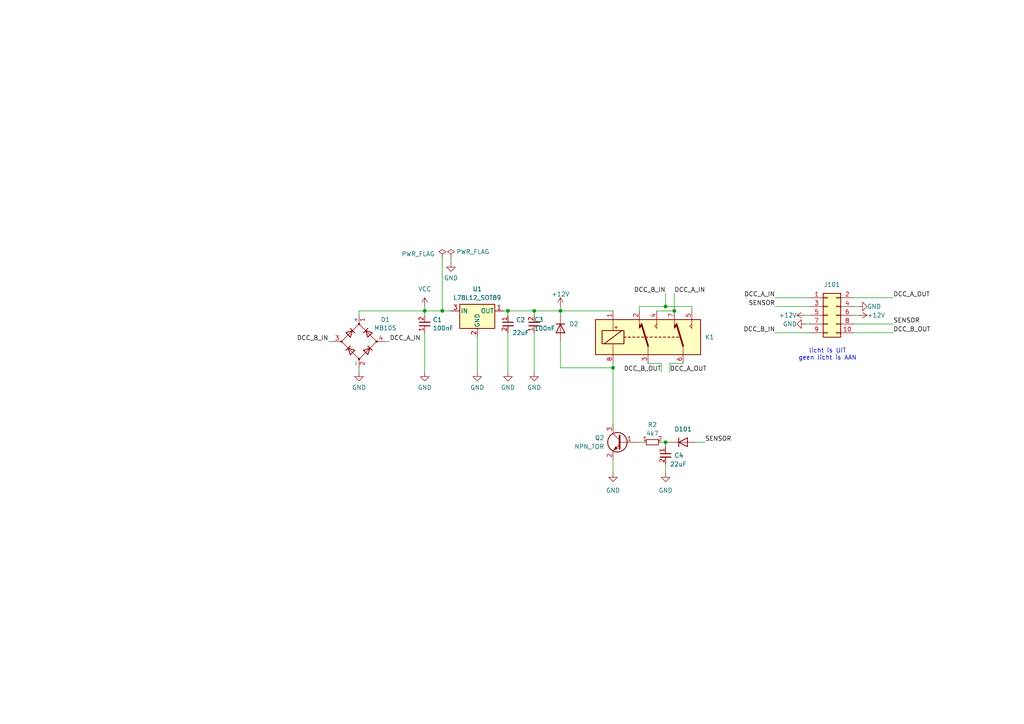
<source format=kicad_sch>
(kicad_sch (version 20231120) (generator "eeschema") (generator_version "8.0")
  (paper "A4")
  (lib_symbols
    (symbol "Connector_Generic:Conn_02x05_Odd_Even" (pin_names (offset 1.016) hide)
      (property "Reference" "J" (at 1.27 7.62 0))
      (property "Value" "Conn_02x05_Odd_Even" (at 1.27 -7.62 0))
      (symbol "Conn_02x05_Odd_Even_1_1"
        (rectangle (start -1.27 -4.953) (end 0 -5.207) (stroke (width 0.1524)))
        (rectangle (start -1.27 -2.413) (end 0 -2.667) (stroke (width 0.1524)))
        (rectangle (start -1.27 0.127) (end 0 -0.127) (stroke (width 0.1524)))
        (rectangle (start -1.27 2.667) (end 0 2.413) (stroke (width 0.1524)))
        (rectangle (start -1.27 5.207) (end 0 4.953) (stroke (width 0.1524)))
        (rectangle (start -1.27 6.35) (end 3.81 -6.35) (stroke (width 0.254)) (fill (type background)))
        (rectangle (start 3.81 -4.953) (end 2.54 -5.207) (stroke (width 0.1524)))
        (rectangle (start 3.81 -2.413) (end 2.54 -2.667) (stroke (width 0.1524)))
        (rectangle (start 3.81 0.127) (end 2.54 -0.127) (stroke (width 0.1524)))
        (rectangle (start 3.81 2.667) (end 2.54 2.413) (stroke (width 0.1524)))
        (rectangle (start 3.81 5.207) (end 2.54 4.953) (stroke (width 0.1524)))
        (pin passive line (at -5.08 5.08 0) (length 3.81) (name "Pin_1") (number "1"))
        (pin passive line (at 7.62 -5.08 180) (length 3.81) (name "Pin_10") (number "10"))
        (pin passive line (at 7.62 5.08 180) (length 3.81) (name "Pin_2") (number "2"))
        (pin passive line (at -5.08 2.54 0) (length 3.81) (name "Pin_3") (number "3"))
        (pin passive line (at 7.62 2.54 180) (length 3.81) (name "Pin_4") (number "4"))
        (pin passive line (at -5.08 0 0) (length 3.81) (name "Pin_5") (number "5"))
        (pin passive line (at 7.62 0 180) (length 3.81) (name "Pin_6") (number "6"))
        (pin passive line (at -5.08 -2.54 0) (length 3.81) (name "Pin_7") (number "7"))
        (pin passive line (at 7.62 -2.54 180) (length 3.81) (name "Pin_8") (number "8"))
        (pin passive line (at -5.08 -5.08 0) (length 3.81) (name "Pin_9") (number "9"))
      )
    )
    (symbol "capacitor_miscellaneous:C_0603_100nF"
      (property "Reference" "C" (at 1.27 2.54 0))
      (property "Value" "100nF" (at 3.81 -2.54 0))
      (property "JLCPCB Part#" "C14663" (at 0 0 0))
      (symbol "C_0603_100nF_0_1"
        (polyline (pts (xy -1.524 -0.508) (xy 1.524 -0.508)) (stroke (width 0.3302)))
        (polyline (pts (xy -1.524 0.508) (xy 1.524 0.508)) (stroke (width 0.3048)))
      )
      (symbol "C_0603_100nF_1_1"
        (pin passive line (at 0 2.54 270) (length 2.032) (name "~") (number "1"))
        (pin passive line (at 0 -2.54 90) (length 2.032) (name "~") (number "2"))
      )
    )
    (symbol "capacitor_miscellaneous:C_1206_47uF"
      (property "Reference" "C" (at 1.27 2.54 0))
      (property "Value" "47uF" (at 3.81 -2.54 0))
      (symbol "C_1206_47uF_0_1"
        (polyline (pts (xy -1.524 -0.508) (xy 1.524 -0.508)) (stroke (width 0.3302)))
        (polyline (pts (xy -1.524 0.508) (xy 1.524 0.508)) (stroke (width 0.3048)))
      )
      (symbol "C_1206_47uF_1_1"
        (pin passive line (at 0 2.54 270) (length 2.032) (name "~") (number "1"))
        (pin passive line (at 0 -2.54 90) (length 2.032) (name "~") (number "2"))
      )
    )
    (symbol "custom_kicad_lib_sk:1N4148WS" (pin_numbers hide) (pin_names hide)
      (property "Reference" "D" (at 0 2.54 0))
      (property "Value" "1N4148WS" (at 0 -2.54 0))
      (symbol "1N4148WS_0_1"
        (polyline (pts (xy -1.27 1.27) (xy -1.27 -1.27)) (stroke (width 0.254)))
        (polyline (pts (xy 1.27 0) (xy -1.27 0)))
        (polyline (pts (xy 1.27 1.27) (xy 1.27 -1.27) (xy -1.27 0) (xy 1.27 1.27)) (stroke (width 0.254)))
      )
      (symbol "1N4148WS_1_1"
        (pin passive line (at -3.81 0 0) (length 2.54) (name "K") (number "1"))
        (pin passive line (at 3.81 0 180) (length 2.54) (name "A") (number "2"))
      )
    )
    (symbol "custom_kicad_lib_sk:G6K-2"
      (property "Reference" "K" (at 16.51 3.81 0))
      (property "JLCPCB Part#" "C47190" (at 0 0 0))
      (symbol "G6K-2_0_0"
        (text "+" (at -9.271 2.921 0) (effects (font (size 1.27 1.27))))
      )
      (symbol "G6K-2_0_1"
        (rectangle (start -15.24 5.08) (end 15.24 -5.08) (stroke (width 0.254)) (fill (type background)))
        (rectangle (start -13.335 1.905) (end -6.985 -1.905) (stroke (width 0.254)))
        (polyline (pts (xy -12.7 -1.905) (xy -7.62 1.905)) (stroke (width 0.254)))
        (polyline (pts (xy -10.16 -5.08) (xy -10.16 -1.905)))
        (polyline (pts (xy -10.16 5.08) (xy -10.16 1.905)))
        (polyline (pts (xy -6.985 0) (xy -6.35 0)) (stroke (width 0.254)))
        (polyline (pts (xy -5.715 0) (xy -5.08 0)) (stroke (width 0.254)))
        (polyline (pts (xy -4.445 0) (xy -3.81 0)) (stroke (width 0.254)))
        (polyline (pts (xy -3.175 0) (xy -2.54 0)) (stroke (width 0.254)))
        (polyline (pts (xy -1.905 0) (xy -1.27 0)) (stroke (width 0.254)))
        (polyline (pts (xy -0.635 0) (xy 0 0)) (stroke (width 0.254)))
        (polyline (pts (xy 0 -2.54) (xy -1.905 3.81)) (stroke (width 0.508)))
        (polyline (pts (xy 0 -2.54) (xy 0 -5.08)))
        (polyline (pts (xy 0.635 0) (xy 1.27 0)) (stroke (width 0.254)))
        (polyline (pts (xy 1.905 0) (xy 2.54 0)) (stroke (width 0.254)))
        (polyline (pts (xy 3.175 0) (xy 3.81 0)) (stroke (width 0.254)))
        (polyline (pts (xy 4.445 0) (xy 5.08 0)) (stroke (width 0.254)))
        (polyline (pts (xy 5.715 0) (xy 6.35 0)) (stroke (width 0.254)))
        (polyline (pts (xy 6.985 0) (xy 7.62 0)) (stroke (width 0.254)))
        (polyline (pts (xy 8.255 0) (xy 8.89 0)) (stroke (width 0.254)))
        (polyline (pts (xy 10.16 -2.54) (xy 8.255 3.81)) (stroke (width 0.508)))
        (polyline (pts (xy 10.16 -2.54) (xy 10.16 -5.08)))
        (polyline (pts (xy -2.54 5.08) (xy -2.54 2.54) (xy -1.905 3.175) (xy -2.54 3.81)) (fill (type outline)))
        (polyline (pts (xy 2.54 5.08) (xy 2.54 2.54) (xy 1.905 3.175) (xy 2.54 3.81)))
        (polyline (pts (xy 7.62 5.08) (xy 7.62 2.54) (xy 8.255 3.175) (xy 7.62 3.81)) (fill (type outline)))
        (polyline (pts (xy 12.7 5.08) (xy 12.7 2.54) (xy 12.065 3.175) (xy 12.7 3.81)))
      )
      (symbol "G6K-2_1_1"
        (pin passive line (at -10.16 7.62 270) (length 2.54) (name "~") (number "1"))
        (pin passive line (at -2.54 7.62 270) (length 2.54) (name "~") (number "2"))
        (pin passive line (at 0 -7.62 90) (length 2.54) (name "~") (number "3"))
        (pin passive line (at 2.54 7.62 270) (length 2.54) (name "~") (number "4"))
        (pin passive line (at 12.7 7.62 270) (length 2.54) (name "~") (number "5"))
        (pin passive line (at 10.16 -7.62 90) (length 2.54) (name "~") (number "6"))
        (pin passive line (at 7.62 7.62 270) (length 2.54) (name "~") (number "7"))
        (pin passive line (at -10.16 -7.62 90) (length 2.54) (name "~") (number "8"))
      )
    )
    (symbol "custom_kicad_lib_sk:L78L12_SOT89" (pin_names (offset 0.254))
      (property "Reference" "U" (at -3.81 3.175 0))
      (property "Value" "L78L12_SOT89" (at -0.635 3.175 0))
      (property "JLCPCB Part#" "C75501" (at 0 0 0))
      (symbol "L78L12_SOT89_0_1"
        (rectangle (start -5.08 1.905) (end 5.08 -5.08) (stroke (width 0.254)) (fill (type background)))
      )
      (symbol "L78L12_SOT89_1_1"
        (pin power_out line (at 7.62 0 180) (length 2.54) (name "OUT") (number "1"))
        (pin power_in line (at 0 -7.62 90) (length 2.54) (name "GND") (number "2"))
        (pin power_in line (at -7.62 0 0) (length 2.54) (name "IN") (number "3"))
      )
    )
    (symbol "custom_kicad_lib_sk:MB10S" (pin_names (offset 0))
      (property "Reference" "D" (at 2.54 6.985 0))
      (property "Value" "MB10S" (at 2.54 5.08 0))
      (property "JLCPCB Part#" "C2488" (at 0 0 0))
      (symbol "MB10S_0_1"
        (circle (center -5.08 0) (radius 0.254) (fill (type outline)))
        (circle (center 0 -5.08) (radius 0.254) (fill (type outline)))
        (polyline (pts (xy -2.54 3.81) (xy -1.27 2.54)) (stroke (width 0.254)))
        (polyline (pts (xy -1.27 -2.54) (xy -2.54 -3.81)) (stroke (width 0.254)))
        (polyline (pts (xy 2.54 -1.27) (xy 3.81 -2.54)) (stroke (width 0.254)))
        (polyline (pts (xy 2.54 1.27) (xy 3.81 2.54)) (stroke (width 0.254)))
        (polyline (pts (xy -3.81 2.54) (xy -2.54 1.27) (xy -1.905 3.175) (xy -3.81 2.54)) (stroke (width 0.254)))
        (polyline (pts (xy -2.54 -1.27) (xy -3.81 -2.54) (xy -1.905 -3.175) (xy -2.54 -1.27)) (stroke (width 0.254)))
        (polyline (pts (xy 1.27 2.54) (xy 2.54 3.81) (xy 3.175 1.905) (xy 1.27 2.54)) (stroke (width 0.254)))
        (polyline (pts (xy 3.175 -1.905) (xy 1.27 -2.54) (xy 2.54 -3.81) (xy 3.175 -1.905)) (stroke (width 0.254)))
        (polyline (pts (xy -5.08 0) (xy 0 -5.08) (xy 5.08 0) (xy 0 5.08) (xy -5.08 0)))
        (circle (center 0 5.08) (radius 0.254) (fill (type outline)))
        (circle (center 5.08 0) (radius 0.254) (fill (type outline)))
      )
      (symbol "MB10S_1_1"
        (pin passive line (at 7.62 0 180) (length 2.54) (name "+") (number "1"))
        (pin passive line (at -7.62 0 0) (length 2.54) (name "-") (number "2"))
        (pin passive line (at 0 7.62 270) (length 2.54) (name "~") (number "3"))
        (pin passive line (at 0 -7.62 90) (length 2.54) (name "~") (number "4"))
      )
    )
    (symbol "custom_kicad_lib_sk:NPN_TOR" (pin_names (offset 0) hide)
      (property "Reference" "Q" (at 5.08 1.905 0))
      (property "Value" "NPN_TOR" (at 5.08 0 0))
      (symbol "NPN_TOR_0_1"
        (polyline (pts (xy 0.635 0.635) (xy 2.54 2.54)))
        (polyline (pts (xy 0.635 -0.635) (xy 2.54 -2.54) (xy 2.54 -2.54)))
        (polyline (pts (xy 0.635 1.905) (xy 0.635 -1.905) (xy 0.635 -1.905)) (stroke (width 0.508)))
        (polyline (pts (xy 1.27 -1.778) (xy 1.778 -1.27) (xy 2.286 -2.286) (xy 1.27 -1.778) (xy 1.27 -1.778)) (fill (type outline)))
        (circle (center 1.27 0) (radius 2.8194) (stroke (width 0.254)))
      )
      (symbol "NPN_TOR_1_1"
        (pin input line (at -5.08 0 0) (length 5.715) (name "B") (number "1"))
        (pin passive line (at 2.54 -5.08 90) (length 2.54) (name "E") (number "2"))
        (pin passive line (at 2.54 5.08 270) (length 2.54) (name "C") (number "3"))
      )
    )
    (symbol "power:+12V" (power) (pin_names (offset 0))
      (property "Value" "+12V" (at 0 3.556 0))
      (symbol "+12V_0_1"
        (polyline (pts (xy -0.762 1.27) (xy 0 2.54)))
        (polyline (pts (xy 0 0) (xy 0 2.54)))
        (polyline (pts (xy 0 2.54) (xy 0.762 1.27)))
      )
      (symbol "+12V_1_1"
        (pin power_in line (at 0 0 90) (length 0) hide (name "+12V") (number "1"))
      )
    )
    (symbol "power:GND" (power) (pin_names (offset 0))
      (property "Value" "GND" (at 0 -3.81 0))
      (symbol "GND_0_1"
        (polyline (pts (xy 0 0) (xy 0 -1.27) (xy 1.27 -1.27) (xy 0 -2.54) (xy -1.27 -1.27) (xy 0 -1.27)))
      )
      (symbol "GND_1_1"
        (pin power_in line (at 0 0 270) (length 0) hide (name "GND") (number "1"))
      )
    )
    (symbol "power:PWR_FLAG" (power) (pin_numbers hide) (pin_names (offset 0) hide)
      (property "Value" "PWR_FLAG" (at 0 3.81 0))
      (symbol "PWR_FLAG_0_0"
        (pin power_out line (at 0 0 90) (length 0) (name "pwr") (number "1"))
      )
      (symbol "PWR_FLAG_0_1"
        (polyline (pts (xy 0 0) (xy 0 1.27) (xy -1.016 1.905) (xy 0 2.54) (xy 1.016 1.905) (xy 0 1.27)))
      )
    )
    (symbol "power:VCC" (power) (pin_names (offset 0))
      (property "Value" "VCC" (at 0 3.81 0))
      (symbol "VCC_0_1"
        (polyline (pts (xy -0.762 1.27) (xy 0 2.54)))
        (polyline (pts (xy 0 0) (xy 0 2.54)))
        (polyline (pts (xy 0 2.54) (xy 0.762 1.27)))
      )
      (symbol "VCC_1_1"
        (pin power_in line (at 0 0 90) (length 0) hide (name "VCC") (number "1"))
      )
    )
    (symbol "resistors_0603:R_4k7_0603"
      (property "Reference" "R" (at 1.27 2.54 0))
      (property "Value" "4k7" (at 2.54 -2.54 0))
      (symbol "R_4k7_0603_0_1"
        (rectangle (start -0.762 1.778) (end 0.762 -1.778) (stroke (width 0.2032)))
      )
      (symbol "R_4k7_0603_1_1"
        (pin passive line (at 0 2.54 270) (length 0.762) (name "~") (number "1"))
        (pin passive line (at 0 -2.54 90) (length 0.762) (name "~") (number "2"))
      )
    )
  )
  (junction (at 123.19 90.17))
  (junction (at 193.04 128.27))
  (junction (at 195.58 90.17))
  (junction (at 154.94 90.17))
  (junction (at 128.27 90.17))
  (junction (at 162.56 90.17))
  (junction (at 177.8 106.68))
  (junction (at 193.04 88.9))
  (junction (at 147.32 90.17))
  (wire (pts (xy 247.65 86.36) (xy 259.08 86.36)))
  (wire (pts (xy 233.68 93.98) (xy 234.95 93.98)))
  (wire (pts (xy 162.56 90.17) (xy 177.8 90.17)))
  (wire (pts (xy 147.32 90.17) (xy 154.94 90.17)))
  (wire (pts (xy 123.19 88.9) (xy 123.19 90.17)))
  (wire (pts (xy 193.04 128.27) (xy 194.31 128.27)))
  (wire (pts (xy 191.77 128.27) (xy 193.04 128.27)))
  (wire (pts (xy 247.65 93.98) (xy 259.08 93.98)))
  (wire (pts (xy 195.58 90.17) (xy 190.5 90.17)))
  (wire (pts (xy 154.94 90.17) (xy 162.56 90.17)))
  (wire (pts (xy 177.8 105.41) (xy 177.8 106.68)))
  (wire (pts (xy 195.58 90.17) (xy 195.58 85.09)))
  (wire (pts (xy 111.76 99.06) (xy 113.03 99.06)))
  (wire (pts (xy 200.66 88.9) (xy 200.66 90.17)))
  (wire (pts (xy 177.8 106.68) (xy 177.8 123.19)))
  (wire (pts (xy 162.56 106.68) (xy 177.8 106.68)))
  (wire (pts (xy 185.42 90.17) (xy 185.42 88.9)))
  (wire (pts (xy 193.04 88.9) (xy 193.04 85.09)))
  (wire (pts (xy 201.93 128.27) (xy 204.47 128.27)))
  (wire (pts (xy 130.81 74.93) (xy 130.81 76.2)))
  (wire (pts (xy 247.65 91.44) (xy 248.92 91.44)))
  (wire (pts (xy 247.65 88.9) (xy 248.92 88.9)))
  (wire (pts (xy 224.79 96.52) (xy 234.95 96.52)))
  (wire (pts (xy 177.8 137.16) (xy 177.8 133.35)))
  (wire (pts (xy 233.68 91.44) (xy 234.95 91.44)))
  (wire (pts (xy 162.56 99.06) (xy 162.56 106.68)))
  (wire (pts (xy 138.43 97.79) (xy 138.43 107.95)))
  (wire (pts (xy 128.27 74.93) (xy 128.27 90.17)))
  (wire (pts (xy 123.19 91.44) (xy 123.19 90.17)))
  (wire (pts (xy 104.14 106.68) (xy 104.14 107.95)))
  (wire (pts (xy 162.56 91.44) (xy 162.56 90.17)))
  (wire (pts (xy 154.94 90.17) (xy 154.94 91.44)))
  (wire (pts (xy 224.79 86.36) (xy 234.95 86.36)))
  (wire (pts (xy 247.65 96.52) (xy 259.08 96.52)))
  (wire (pts (xy 193.04 88.9) (xy 200.66 88.9)))
  (wire (pts (xy 193.04 134.62) (xy 193.04 137.16)))
  (wire (pts (xy 191.77 105.41) (xy 187.96 105.41)))
  (wire (pts (xy 224.79 88.9) (xy 234.95 88.9)))
  (wire (pts (xy 191.77 105.41) (xy 191.77 107.95)))
  (wire (pts (xy 104.14 90.17) (xy 104.14 91.44)))
  (wire (pts (xy 123.19 90.17) (xy 128.27 90.17)))
  (wire (pts (xy 95.25 99.06) (xy 96.52 99.06)))
  (wire (pts (xy 147.32 91.44) (xy 147.32 90.17)))
  (wire (pts (xy 186.69 128.27) (xy 185.42 128.27)))
  (wire (pts (xy 154.94 96.52) (xy 154.94 107.95)))
  (wire (pts (xy 162.56 88.9) (xy 162.56 90.17)))
  (wire (pts (xy 185.42 88.9) (xy 193.04 88.9)))
  (wire (pts (xy 193.04 128.27) (xy 193.04 129.54)))
  (wire (pts (xy 123.19 96.52) (xy 123.19 107.95)))
  (wire (pts (xy 194.31 105.41) (xy 194.31 107.95)))
  (wire (pts (xy 198.12 105.41) (xy 194.31 105.41)))
  (wire (pts (xy 128.27 90.17) (xy 130.81 90.17)))
  (wire (pts (xy 146.05 90.17) (xy 147.32 90.17)))
  (wire (pts (xy 104.14 90.17) (xy 123.19 90.17)))
  (wire (pts (xy 147.32 107.95) (xy 147.32 96.52)))
  (text "licht is UIT\ngeen licht is AAN" (at 240.03 102.87 0) (effects (font (size 1.27 1.27))))
  (label "DCC_A_IN" (at 224.79 86.36 180))
  (label "DCC_A_OUT" (at 259.08 86.36 0))
  (label "SENSOR" (at 259.08 93.98 0))
  (label "DCC_B_OUT" (at 259.08 96.52 0))
  (label "DCC_B_IN" (at 193.04 85.09 180))
  (label "DCC_B_OUT" (at 191.77 107.95 180))
  (label "DCC_A_IN" (at 195.58 85.09 0))
  (label "DCC_A_IN" (at 113.03 99.06 0))
  (label "DCC_B_IN" (at 95.25 99.06 180))
  (label "SENSOR" (at 224.79 88.9 180))
  (label "DCC_A_OUT" (at 194.31 107.95 0))
  (label "SENSOR" (at 204.47 128.27 0))
  (label "DCC_B_IN" (at 224.79 96.52 180))
  (symbol (lib_id "power:+12V") (at 233.68 91.44 90) (unit 1)
    (property "Reference" "#PWR0101" (effects (hide yes)))
    (property "Value" "+12V" (at 231.14 91.4399 90) (effects (justify left)))
  )
  (symbol (lib_id "power:GND") (at 233.68 93.98 270) (unit 1)
    (property "Reference" "#PWR0102" (effects (hide yes)))
    (property "Value" "GND" (at 231.14 93.98 90) (effects (justify right)))
  )
  (symbol (lib_id "custom_kicad_lib_sk:G6K-2") (at 187.96 97.79 0) (unit 1)
    (property "Reference" "K1" (at 204.47 97.79 0) (effects (justify left)))
    (property "Value" "G6K-2F-Y-TR DC5" (effects (hide yes)))
    (property "Footprint" "Relay_SMD:Relay_DPDT_Omron_G6K-2F-Y" (effects (hide yes)))
    (property "Datasheet" "http://omronfs.omron.com/en_US/ecb/products/pdf/en-g6k.pdf" (effects (hide yes)))
    (property "JLCPCB Part#" "C397194" (effects (hide yes)))
  )
  (symbol (lib_id "power:GND") (at 123.19 107.95 0) (unit 1)
    (property "Reference" "#PWR03" (effects (hide yes)))
    (property "Value" "GND" (at 123.19 112.395 0))
  )
  (symbol (lib_id "power:PWR_FLAG") (at 128.27 74.93 0) (unit 1)
    (property "Reference" "#FLG01" (effects (hide yes)))
    (property "Value" "PWR_FLAG" (at 121.285 73.66 0))
  )
  (symbol (lib_id "power:GND") (at 154.94 107.95 0) (unit 1)
    (property "Reference" "#PWR07" (effects (hide yes)))
    (property "Value" "GND" (at 154.94 112.395 0))
  )
  (symbol (lib_id "power:GND") (at 177.8 137.16 0) (unit 1)
    (property "Reference" "#PWR011" (effects (hide yes)))
    (property "Value" "GND" (at 177.8 142.24 0))
  )
  (symbol (lib_id "power:+12V") (at 162.56 88.9 0) (unit 1)
    (property "Reference" "#PWR08" (effects (hide yes)))
    (property "Value" "+12V" (at 162.56 85.3242 0))
  )
  (symbol (lib_id "Connector_Generic:Conn_02x05_Odd_Even") (at 240.03 91.44 0) (unit 1)
    (property "Reference" "J101" (at 241.3 82.55 0))
    (property "Value" "Conn_02x05_Odd_Even" (effects (hide yes)))
    (property "Footprint" "Connector_PinHeader_2.54mm:PinHeader_2x05_P2.54mm_Horizontal" (effects (hide yes)))
    (property "Description" "Generic connector, double row, 02x05, odd/even pin numbering scheme (row 1 odd numbers, row 2 even numbers), script generated (kicad-library-utils/schlib/autogen/connector/)" (effects (hide yes)))
  )
  (symbol (lib_id "custom_kicad_lib_sk:L78L12_SOT89") (at 138.43 90.17 0) (unit 1)
    (property "Reference" "U1" (at 138.43 83.82 0))
    (property "Value" "L78L12_SOT89" (at 138.43 86.36 0))
    (property "Footprint" "Package_TO_SOT_SMD:SOT-89-3" (effects (hide yes)))
    (property "Datasheet" "http://www.st.com/content/ccc/resource/technical/document/datasheet/15/55/e5/aa/23/5b/43/fd/CD00000446.pdf/files/CD00000446.pdf/jcr:content/translations/en.CD00000446.pdf" (effects (hide yes)))
    (property "JLCPCB Part#" "C75501" (effects (hide yes)))
  )
  (symbol (lib_id "power:GND") (at 138.43 107.95 0) (unit 1)
    (property "Reference" "#PWR05" (effects (hide yes)))
    (property "Value" "GND" (at 138.43 112.395 0))
  )
  (symbol (lib_id "power:GND") (at 147.32 107.95 0) (unit 1)
    (property "Reference" "#PWR06" (effects (hide yes)))
    (property "Value" "GND" (at 147.32 112.395 0))
  )
  (symbol (lib_id "custom_kicad_lib_sk:MB10S") (at 104.14 99.06 90) (unit 1)
    (property "Reference" "D1" (at 111.76 92.71 90))
    (property "Value" "MB10S" (at 111.76 95.1342 90))
    (property "Footprint" "custom_kicad_lib_sk:MB10s" (effects (hide yes)))
    (property "JLCPCB Part#" "C2488" (effects (hide yes)))
  )
  (symbol (lib_id "custom_kicad_lib_sk:1N4148WS") (at 162.56 95.25 270) (unit 1)
    (property "Reference" "D2" (at 165.1 93.98 90) (effects (justify left)))
    (property "Value" "1N4148WS" (effects (hide yes)))
    (property "Footprint" "Diode_SMD:D_SOD-323" (effects (hide yes)))
    (property "Datasheet" "https://www.vishay.com/docs/85751/1n4148ws.pdf" (effects (hide yes)))
    (property "Sim.Device" "D" (effects (hide yes)))
    (property "Sim.Pins" "1=K 2=A" (effects (hide yes)))
    (property "JLCPCB Part#" "C2128" (effects (hide yes)))
  )
  (symbol (lib_id "power:PWR_FLAG") (at 130.81 74.93 0) (unit 1)
    (property "Reference" "#FLG02" (effects (hide yes)))
    (property "Value" "PWR_FLAG" (at 137.16 73.025 0))
  )
  (symbol (lib_id "power:+12V") (at 248.92 91.44 270) (unit 1)
    (property "Reference" "#PWR0103" (effects (hide yes)))
    (property "Value" "+12V" (at 251.46 91.44 90) (effects (justify left)))
  )
  (symbol (lib_id "resistors_0603:R_4k7_0603") (at 189.23 128.27 90) (unit 1)
    (property "Reference" "R2" (at 189.23 123.19 90))
    (property "Value" "4k7" (at 189.23 125.73 90))
    (property "Footprint" "custom_kicad_lib_sk:R_0603_smalltext" (effects (hide yes)))
    (property "JLCPCB Part#" "C23162" (effects (hide yes)))
  )
  (symbol (lib_id "capacitor_miscellaneous:C_1206_47uF") (at 147.32 93.98 0) (unit 1)
    (property "Reference" "C2" (at 149.6441 92.7742 0) (effects (justify left)))
    (property "Value" "22uF" (at 148.59 96.52 0) (effects (justify left)))
    (property "Footprint" "Capacitor_SMD:C_1206_3216Metric" (effects (hide yes)))
    (property "JLCPCB Part#" "C12891" (effects (hide yes)))
  )
  (symbol (lib_id "custom_kicad_lib_sk:1N4148WS") (at 198.12 128.27 0) (unit 1)
    (property "Reference" "D101" (at 198.12 124.46 0))
    (property "Value" "1N4148WS" (effects (hide yes)))
    (property "Footprint" "Diode_SMD:D_SOD-323" (effects (hide yes)))
    (property "Datasheet" "https://www.vishay.com/docs/85751/1n4148ws.pdf" (effects (hide yes)))
    (property "Description" "75V 0.15A Fast switching Diode, SOD-323" (effects (hide yes)))
    (property "Sim.Device" "D" (effects (hide yes)))
    (property "Sim.Pins" "1=K 2=A" (effects (hide yes)))
    (property "JLCPCB Part#" "C2128" (effects (hide yes)))
  )
  (symbol (lib_id "power:VCC") (at 123.19 88.9 0) (unit 1)
    (property "Reference" "#PWR02" (effects (hide yes)))
    (property "Value" "VCC" (at 123.19 83.82 0))
  )
  (symbol (lib_id "power:GND") (at 104.14 107.95 0) (unit 1)
    (property "Reference" "#PWR01" (effects (hide yes)))
    (property "Value" "GND" (at 104.14 112.395 0))
  )
  (symbol (lib_id "power:GND") (at 248.92 88.9 90) (unit 1)
    (property "Reference" "#PWR0104" (effects (hide yes)))
    (property "Value" "GND" (at 251.46 88.9 90) (effects (justify right)))
  )
  (symbol (lib_id "capacitor_miscellaneous:C_1206_47uF") (at 193.04 132.08 0) (unit 1)
    (property "Reference" "C4" (at 195.58 132.08 0) (effects (justify left)))
    (property "Value" "22uF" (at 194.31 134.62 0) (effects (justify left)))
    (property "Footprint" "Capacitor_SMD:C_1206_3216Metric" (effects (hide yes)))
    (property "JLCPCB Part#" "C12891" (effects (hide yes)))
  )
  (symbol (lib_id "custom_kicad_lib_sk:NPN_TOR") (at 180.34 128.27 0) (mirror y) (unit 1)
    (property "Reference" "Q2" (at 175.26 127 0) (effects (justify left)))
    (property "Value" "NPN_TOR" (at 175.26 129.54 0) (effects (justify left)))
    (property "Footprint" "Package_TO_SOT_SMD:SOT-23" (effects (hide yes)))
    (property "JLCPCB Part#" "C2145" (effects (hide yes)))
  )
  (symbol (lib_id "power:GND") (at 130.81 76.2 0) (unit 1)
    (property "Reference" "#PWR04" (effects (hide yes)))
    (property "Value" "GND" (at 130.81 80.645 0))
  )
  (symbol (lib_id "capacitor_miscellaneous:C_0603_100nF") (at 154.94 93.98 180) (unit 1)
    (property "Reference" "C3" (at 154.94 92.71 0) (effects (justify right)))
    (property "Value" "100nF" (at 154.94 95.25 0) (effects (justify right)))
    (property "Footprint" "Capacitor_SMD:C_0603_1608Metric" (effects (hide yes)))
    (property "JLCPCB Part#" "C14663" (effects (hide yes)))
  )
  (symbol (lib_id "power:GND") (at 193.04 137.16 0) (unit 1)
    (property "Reference" "#PWR012" (effects (hide yes)))
    (property "Value" "GND" (at 193.04 142.24 0))
  )
  (symbol (lib_id "capacitor_miscellaneous:C_0603_100nF") (at 123.19 93.98 180) (unit 1)
    (property "Reference" "C1" (at 125.5141 92.7615 0) (effects (justify right)))
    (property "Value" "100nF" (at 125.5141 95.1857 0) (effects (justify right)))
    (property "Footprint" "Capacitor_SMD:C_0603_1608Metric" (effects (hide yes)))
    (property "JLCPCB Part#" "C14663" (effects (hide yes)))
  )
)
</source>
